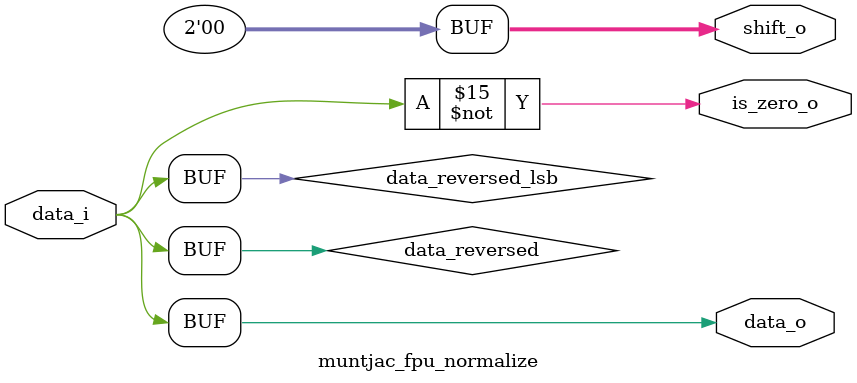
<source format=sv>
module muntjac_fpu_normalize #(
  parameter DataWidth = 1,
  localparam ShiftWidth = $clog2(DataWidth)
) (
  input  logic [DataWidth-1:0] data_i,
  output logic is_zero_o,
  output logic [ShiftWidth-1:0] shift_o,
  output logic [DataWidth-1:0] data_o
);

  // To normalize the number, we need to know number of leading zeros.
  // First we reverse the number and then we only need to calculate number of trailing zeroes.

  logic [DataWidth-1:0] data_reversed;
  always_comb begin
    for (int i = 0; i < DataWidth; i++) begin
      data_reversed[i] = data_i[DataWidth - 1 - i];
    end
  end

  // Extract the lowest set bit of data_reversed. This is the bit hack version for it.
  wire [DataWidth-1:0] data_reversed_lsb = data_reversed & (-data_reversed);

  // Now since we know that there are at most one bit set in data_reversed_lsb, we can find
  // out the index of that bit in parallel (note that that bit index is precisely number of
  // leading zeroes for data_i).
  always_comb begin
    shift_o = '0;
    for (int i = 0; i < DataWidth; i++) begin
      shift_o |= data_reversed_lsb[i] ? ShiftWidth'(i) : 0;
    end
  end

  assign data_o = data_i << shift_o;
  assign is_zero_o = data_i == 0;

endmodule

</source>
